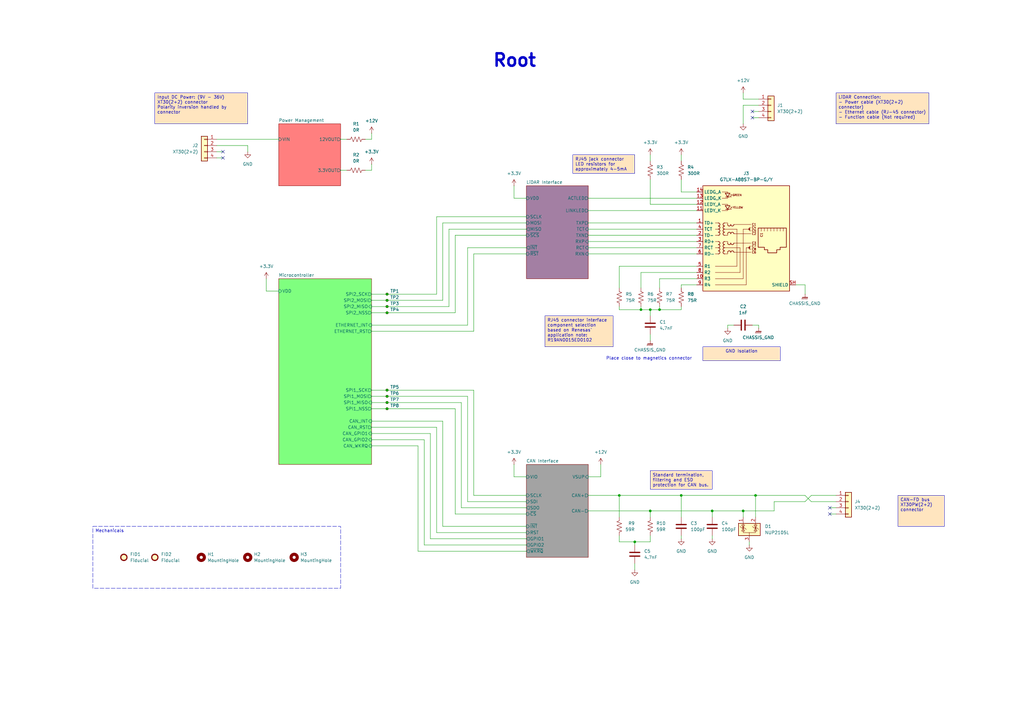
<source format=kicad_sch>
(kicad_sch (version 20250114) (generator "eeschema") (generator_version "9.0")
  (paper "A3")
  (title_block (title "LiDAR-CAN Interface") (date "2025-08-03") (rev "1") (company "Robot.com"))
  (lib_symbols
    (symbol "Connector:RJ45_Kycon_G7LX-A88S7-BP-GY"
      (property "Reference" "J" (at 17.78 24.13 0))
      (property "Value" "RJ45_Kycon_G7LX-A88S7-BP-GY" (at -20.32 24.13 0))
      (symbol "RJ45_Kycon_G7LX-A88S7-BP-GY_0_0"
        (polyline (pts (xy -9.906 20.32) (xy -7.62 20.32) (xy -7.62 19.812)))
        (polyline (pts (xy -9.906 15.24) (xy -7.62 15.24) (xy -7.62 14.732)))
        (polyline (pts (xy -9.906 12.7) (xy -7.62 12.7) (xy -7.62 13.335)))
        (polyline (pts (xy -7.62 18.415) (xy -7.62 17.78) (xy -9.906 17.78)))
        (polyline (pts (xy -3.81 5.08) (xy -3.81 -10.16)))
        (polyline (pts (xy -2.54 -12.7) (xy -2.54 -2.54)))
        (polyline (pts (xy -1.27 -15.24) (xy -1.27 5.08)))
        (polyline (pts (xy 0 -17.78) (xy 0 -2.54)))
        (polyline (pts (xy 1.27 5.08) (xy -1.27 5.08)))
        (circle (center 1.27 5.08) (radius 0.254) (stroke (width 0.254)) (fill (type outline)))
        (polyline (pts (xy 1.27 -2.54) (xy 0 -2.54)))
        (circle (center 1.27 -2.54) (radius 0.254) (stroke (width 0.254)) (fill (type outline)))
        (polyline (pts (xy 1.905 5.715) (xy 1.27 5.715) (xy 1.27 4.445) (xy 1.905 4.445)))
        (polyline (pts (xy 1.905 -1.905) (xy 1.27 -1.905) (xy 1.27 -3.175) (xy 1.905 -3.175)))
        (text "GREEN" (at -5.715 19.05 0) (effects (font (size 0.762 0.762)) (justify left)))
        (text "YELLOW" (at -5.715 13.97 0) (effects (font (size 0.762 0.762)) (justify left)))
        (text "C1" (at 3.175 6.985 0) (effects (font (size 0.889 0.889))))
        (text "C4" (at 3.175 5.715 0) (effects (font (size 0.889 0.889))))
        (text "C5" (at 3.175 4.445 0) (effects (font (size 0.889 0.889))))
        (text "C2" (at 3.175 3.175 0) (effects (font (size 0.889 0.889))))
        (text "C3" (at 3.175 -0.635 0) (effects (font (size 0.889 0.889))))
        (text "C7" (at 3.175 -1.905 0) (effects (font (size 0.889 0.889))))
        (text "C8" (at 3.175 -3.175 0) (effects (font (size 0.889 0.889))))
        (text "C6" (at 3.175 -4.445 0) (effects (font (size 0.889 0.889))))
        (text "C1" (at 6.2865 2.7305 900) (effects (font (size 0.889 0.889))))
      )
      (symbol "RJ45_Kycon_G7LX-A88S7-BP-GY_0_1"
        (rectangle (start -17.78 22.86) (end 17.78 -20.32) (stroke (width 0.254)) (fill (type background)))
        (polyline (pts (xy -12.7 -10.16) (xy -3.81 -10.16)))
        (polyline (pts (xy -12.7 -12.7) (xy -2.54 -12.7)))
        (polyline (pts (xy -12.7 -15.24) (xy -1.27 -15.24)))
        (polyline (pts (xy -12.7 -17.78) (xy 0 -17.78)))
        (arc (start -11.43 7.62) (mid -10.7977 6.985) (end -11.43 6.35) (stroke (width 0.254)))
        (arc (start -11.43 6.35) (mid -10.7977 5.715) (end -11.43 5.08) (stroke (width 0.254)))
        (arc (start -11.43 5.08) (mid -10.7977 4.445) (end -11.43 3.81) (stroke (width 0.254)))
        (arc (start -11.43 3.81) (mid -10.7977 3.175) (end -11.43 2.54) (stroke (width 0.254)))
        (arc (start -11.43 0) (mid -10.7977 -0.635) (end -11.43 -1.27) (stroke (width 0.254)))
        (arc (start -11.43 -1.27) (mid -10.7977 -1.905) (end -11.43 -2.54) (stroke (width 0.254)))
        (arc (start -11.43 -2.54) (mid -10.7977 -3.175) (end -11.43 -3.81) (stroke (width 0.254)))
        (arc (start -11.43 -3.81) (mid -10.7977 -4.445) (end -11.43 -5.08) (stroke (width 0.254)))
        (polyline (pts (xy -11.43 7.62) (xy -12.7 7.62)))
        (polyline (pts (xy -11.43 5.08) (xy -12.7 5.08)))
        (polyline (pts (xy -11.43 2.54) (xy -12.7 2.54)))
        (polyline (pts (xy -11.43 0) (xy -12.7 0)))
        (polyline (pts (xy -11.43 -2.54) (xy -12.7 -2.54)))
        (polyline (pts (xy -11.43 -5.08) (xy -12.7 -5.08)))
        (polyline (pts (xy -8.89 7.62) (xy -7.62 7.62) (xy -7.62 6.985)))
        (polyline (pts (xy -8.89 0) (xy -7.62 0) (xy -7.62 -0.635)))
        (arc (start -8.89 6.35) (mid -9.5223 6.985) (end -8.89 7.62) (stroke (width 0.254)))
        (arc (start -8.89 5.08) (mid -9.5223 5.715) (end -8.89 6.35) (stroke (width 0.254)))
        (arc (start -8.89 3.81) (mid -9.5223 4.445) (end -8.89 5.08) (stroke (width 0.254)))
        (arc (start -8.89 2.54) (mid -9.5223 3.175) (end -8.89 3.81) (stroke (width 0.254)))
        (arc (start -8.89 -1.27) (mid -9.5223 -0.635) (end -8.89 0) (stroke (width 0.254)))
        (arc (start -8.89 -2.54) (mid -9.5223 -1.905) (end -8.89 -1.27) (stroke (width 0.254)))
        (arc (start -8.89 -3.81) (mid -9.5223 -3.175) (end -8.89 -2.54) (stroke (width 0.254)))
        (arc (start -8.89 -5.08) (mid -9.5223 -4.445) (end -8.89 -3.81) (stroke (width 0.254)))
        (polyline (pts (xy -7.62 3.175) (xy -7.62 2.54) (xy -8.89 2.54)))
        (polyline (pts (xy -7.62 -4.445) (xy -7.62 -5.08) (xy -8.89 -5.08)))
        (arc (start -6.35 6.985) (mid -6.985 6.3527) (end -7.62 6.985) (stroke (width 0.254)))
        (arc (start -7.62 3.175) (mid -6.985 3.8073) (end -6.35 3.175) (stroke (width 0.254)))
        (arc (start -6.35 -0.635) (mid -6.985 -1.2673) (end -7.62 -0.635) (stroke (width 0.254)))
        (arc (start -7.62 -4.445) (mid -6.985 -3.8127) (end -6.35 -4.445) (stroke (width 0.254)))
        (arc (start -5.08 6.985) (mid -5.715 6.3527) (end -6.35 6.985) (stroke (width 0.254)))
        (arc (start -6.35 3.175) (mid -5.715 3.8073) (end -5.08 3.175) (stroke (width 0.254)))
        (arc (start -5.08 -0.635) (mid -5.715 -1.2673) (end -6.35 -0.635) (stroke (width 0.254)))
        (arc (start -6.35 -4.445) (mid -5.715 -3.8127) (end -5.08 -4.445) (stroke (width 0.254)))
        (polyline (pts (xy -5.08 6.985) (xy 1.905 6.985)))
        (polyline (pts (xy -5.08 3.175) (xy 1.905 3.175)))
        (polyline (pts (xy -5.08 -0.635) (xy 1.905 -0.635)))
        (polyline (pts (xy -5.08 -4.445) (xy 1.905 -4.445)))
        (polyline (pts (xy -3.81 5.08) (xy -8.89 5.08)))
        (polyline (pts (xy -2.54 -2.54) (xy -8.89 -2.54)))
        (polyline (pts (xy 6.1595 4.2545) (xy 6.1595 5.5245)))
        (polyline (pts (xy 7.4295 5.5245) (xy 7.4295 4.2545)))
        (polyline (pts (xy 8.6995 5.5245) (xy 8.6995 4.2545)))
        (polyline (pts (xy 10.0965 5.5245) (xy 10.0965 4.2545)))
        (polyline (pts (xy 11.3665 5.5245) (xy 11.3665 4.2545)))
        (polyline (pts (xy 12.6365 5.5245) (xy 12.6365 4.2545)))
        (polyline (pts (xy 13.9065 4.2545) (xy 13.9065 5.5245)))
        (polyline (pts (xy 15.1765 4.2545) (xy 15.1765 5.5245)))
      )
      (symbol "RJ45_Kycon_G7LX-A88S7-BP-GY_1_1"
        (polyline (pts (xy -6.858 18.288) (xy -8.382 18.288)) (stroke (width 0.254)))
        (polyline (pts (xy -6.858 13.208) (xy -8.382 13.208)) (stroke (width 0.254)))
        (polyline (pts (xy -6.731 19.812) (xy -8.636 19.812) (xy -7.62 18.288) (xy -6.731 19.812)) (stroke (width 0.254)))
        (polyline (pts (xy -6.731 18.796) (xy -6.223 18.288) (xy -6.477 18.288)))
        (polyline (pts (xy -6.731 14.732) (xy -8.636 14.732) (xy -7.62 13.208) (xy -6.731 14.732)) (stroke (width 0.254)))
        (polyline (pts (xy -6.731 13.716) (xy -6.223 13.208) (xy -6.477 13.208)))
        (polyline (pts (xy -6.477 19.431) (xy -5.969 18.923) (xy -6.223 18.923)))
        (polyline (pts (xy -6.477 14.351) (xy -5.969 13.843) (xy -6.223 13.843)))
        (polyline (pts (xy -6.223 18.288) (xy -6.223 18.542)))
        (polyline (pts (xy -6.223 13.208) (xy -6.223 13.462)))
        (polyline (pts (xy -5.969 18.923) (xy -5.969 19.177)))
        (polyline (pts (xy -5.969 13.843) (xy -5.969 14.097)))
        (polyline (pts (xy 4.8895 5.5245) (xy 16.4465 5.5245) (xy 16.4465 -2.3495) (xy 13.9065 -2.3495) (xy 13.9065 -3.3655) (xy 12.5095 -3.3655) (xy 12.5095 -4.6355) (xy 8.8265 -4.6355) (xy 8.8265 -3.3655) (xy 7.4295 -3.3655) (xy 7.4295 -2.3495) (xy 4.8895 -2.3495) (xy 4.8895 5.5245)) (stroke (width 0.254)))
        (pin passive line (at -20.32 20.32 0) (length 2.54) (name "LEDG_A") (number "14"))
        (pin passive line (at -20.32 17.78 0) (length 2.54) (name "LEDG_K") (number "13"))
        (pin passive line (at -20.32 15.24 0) (length 2.54) (name "LEDY_A") (number "12"))
        (pin passive line (at -20.32 12.7 0) (length 2.54) (name "LEDY_K") (number "11"))
        (pin passive line (at -20.32 7.62 0) (length 2.54) (name "TD+") (number "1"))
        (pin passive line (at -20.32 5.08 0) (length 2.54) (name "TCT") (number "4"))
        (pin passive line (at -20.32 2.54 0) (length 2.54) (name "TD-") (number "2"))
        (pin passive line (at -20.32 0 0) (length 2.54) (name "RD+") (number "3"))
        (pin passive line (at -20.32 -2.54 0) (length 2.54) (name "RCT") (number "7"))
        (pin passive line (at -20.32 -5.08 0) (length 2.54) (name "RD-") (number "6"))
        (pin passive line (at -20.32 -10.16 0) (length 2.54) (name "R1") (number "5"))
        (pin passive line (at -20.32 -12.7 0) (length 2.54) (name "R2") (number "8"))
        (pin passive line (at -20.32 -15.24 0) (length 2.54) (name "R3") (number "10"))
        (pin passive line (at -20.32 -17.78 0) (length 2.54) (name "R4") (number "9"))
        (pin passive line (at 20.32 -17.78 180) (length 2.54) (name "SHIELD") (number "SH"))
      )
    )
    (symbol "Connector:TestPoint_Small" (pin_numbers (hide yes)) (pin_names (offset 0.762) (hide yes))
      (property "Reference" "TP" (at 0 3.81 0))
      (property "Value" "TestPoint_Small" (at 0 2.032 0))
      (symbol "TestPoint_Small_0_1"
        (circle (center 0 0) (radius 0.508))
      )
      (symbol "TestPoint_Small_1_1"
        (pin passive line (at 0 0 90) (length 0) (name "1") (number "1"))
      )
    )
    (symbol "Connector_Generic:Conn_01x04" (pin_names (offset 1.016) (hide yes))
      (property "Reference" "J" (at 0 5.08 0))
      (property "Value" "Conn_01x04" (at 0 -7.62 0))
      (symbol "Conn_01x04_1_1"
        (rectangle (start -1.27 3.81) (end 1.27 -6.35) (stroke (width 0.254)) (fill (type background)))
        (rectangle (start -1.27 2.667) (end 0 2.413) (stroke (width 0.1524)))
        (rectangle (start -1.27 0.127) (end 0 -0.127) (stroke (width 0.1524)))
        (rectangle (start -1.27 -2.413) (end 0 -2.667) (stroke (width 0.1524)))
        (rectangle (start -1.27 -4.953) (end 0 -5.207) (stroke (width 0.1524)))
        (pin passive line (at -5.08 2.54 0) (length 3.81) (name "Pin_1") (number "1"))
        (pin passive line (at -5.08 0 0) (length 3.81) (name "Pin_2") (number "2"))
        (pin passive line (at -5.08 -2.54 0) (length 3.81) (name "Pin_3") (number "3"))
        (pin passive line (at -5.08 -5.08 0) (length 3.81) (name "Pin_4") (number "4"))
      )
    )
    (symbol "Device:C" (pin_numbers (hide yes)) (pin_names (offset 0.254))
      (property "Reference" "C" (at 0.635 2.54 0))
      (property "Value" "C" (at 0.635 -2.54 0))
      (symbol "C_0_1"
        (polyline (pts (xy -2.032 0.762) (xy 2.032 0.762)) (stroke (width 0.508)))
        (polyline (pts (xy -2.032 -0.762) (xy 2.032 -0.762)) (stroke (width 0.508)))
      )
      (symbol "C_1_1"
        (pin passive line (at 0 3.81 270) (length 2.794) (name "~") (number "1"))
        (pin passive line (at 0 -3.81 90) (length 2.794) (name "~") (number "2"))
      )
    )
    (symbol "Device:R_US" (pin_numbers (hide yes)) (pin_names (offset 0))
      (property "Reference" "R" (at 2.54 0 90))
      (property "Value" "R_US" (at -2.54 0 90))
      (symbol "R_US_0_1"
        (polyline (pts (xy 0 2.286) (xy 0 2.54)))
        (polyline (pts (xy 0 2.286) (xy 1.016 1.905) (xy 0 1.524) (xy -1.016 1.143) (xy 0 0.762)))
        (polyline (pts (xy 0 0.762) (xy 1.016 0.381) (xy 0 0) (xy -1.016 -0.381) (xy 0 -0.762)))
        (polyline (pts (xy 0 -0.762) (xy 1.016 -1.143) (xy 0 -1.524) (xy -1.016 -1.905) (xy 0 -2.286)))
        (polyline (pts (xy 0 -2.286) (xy 0 -2.54)))
      )
      (symbol "R_US_1_1"
        (pin passive line (at 0 3.81 270) (length 1.27) (name "~") (number "1"))
        (pin passive line (at 0 -3.81 90) (length 1.27) (name "~") (number "2"))
      )
    )
    (symbol "Mechanical:Fiducial" (exclude_from_sim yes) (in_bom no)
      (property "Reference" "FID" (at 0 5.08 0))
      (property "Value" "Fiducial" (at 0 3.175 0))
      (symbol "Fiducial_0_1"
        (circle (center 0 0) (radius 1.27) (stroke (width 0.508)) (fill (type background)))
      )
    )
    (symbol "Mechanical:MountingHole" (pin_names (offset 1.016)) (exclude_from_sim yes) (in_bom no)
      (property "Reference" "H" (at 0 5.08 0))
      (property "Value" "MountingHole" (at 0 3.175 0))
      (symbol "MountingHole_0_1"
        (circle (center 0 0) (radius 1.27) (stroke (width 1.27)))
      )
    )
    (symbol "Power_Protection:NUP2105L" (pin_names (hide yes))
      (property "Reference" "D" (at 5.715 2.54 0))
      (property "Value" "NUP2105L" (at 5.715 0.635 0))
      (symbol "NUP2105L_0_0"
        (pin passive line (at 0 -5.08 90) (length 2.54) (name "A") (number "3"))
      )
      (symbol "NUP2105L_0_1"
        (rectangle (start -4.445 2.54) (end 4.445 -2.54) (stroke (width 0.254)) (fill (type background)))
        (polyline (pts (xy -3.81 1.27) (xy -3.175 0.635) (xy -1.905 0.635) (xy -1.27 0)))
        (polyline (pts (xy -2.54 2.54) (xy -2.54 0.635)))
        (polyline (pts (xy -2.54 0.635) (xy -2.54 -1.27) (xy 2.54 -1.27) (xy 2.54 0.635)))
        (polyline (pts (xy -2.54 0.635) (xy -1.905 -0.635) (xy -3.175 -0.635) (xy -2.54 0.635)))
        (polyline (pts (xy -2.54 0.635) (xy -3.175 1.905) (xy -1.905 1.905) (xy -2.54 0.635) (xy -2.54 1.27)))
        (polyline (pts (xy 0 -1.27) (xy 0 -2.54)))
        (polyline (pts (xy 1.27 1.27) (xy 1.905 0.635) (xy 2.54 0.635) (xy 3.175 0.635) (xy 3.81 0)))
        (polyline (pts (xy 2.54 2.54) (xy 2.54 0.635)))
        (polyline (pts (xy 2.54 0.635) (xy 1.905 -0.635) (xy 3.175 -0.635) (xy 2.54 0.635)))
        (polyline (pts (xy 2.54 0.635) (xy 3.175 1.905) (xy 1.905 1.905) (xy 2.54 0.635)))
      )
      (symbol "NUP2105L_1_1"
        (pin passive line (at -2.54 5.08 270) (length 2.54) (name "K") (number "1"))
        (pin passive line (at 2.54 5.08 270) (length 2.54) (name "K") (number "2"))
      )
    )
    (symbol "Symbols:RES 1.2K OHM 5% 1/10W 0603" (pin_numbers (hide yes)) (pin_names (offset 0) (hide yes))
      (property "Reference" "R" (at 3.81 1.27 0))
      (property "Value" "1.2k" (at 3.81 -1.27 0))
      (symbol "RES 1.2K OHM 5% 1/10W 0603_0_1"
        (polyline (pts (xy 0 2.286) (xy 0 2.54)))
        (polyline (pts (xy 0 2.286) (xy 1.016 1.905) (xy 0 1.524) (xy -1.016 1.143) (xy 0 0.762)))
        (polyline (pts (xy 0 0.762) (xy 1.016 0.381) (xy 0 0) (xy -1.016 -0.381) (xy 0 -0.762)))
        (polyline (pts (xy 0 -0.762) (xy 1.016 -1.143) (xy 0 -1.524) (xy -1.016 -1.905) (xy 0 -2.286)))
        (polyline (pts (xy 0 -2.286) (xy 0 -2.54)))
      )
      (symbol "RES 1.2K OHM 5% 1/10W 0603_1_1"
        (pin passive line (at 0 3.81 270) (length 1.27) (name "~") (number "1"))
        (pin passive line (at 0 -3.81 90) (length 1.27) (name "~") (number "2"))
      )
    )
    (symbol "power:+12V" (power) (pin_numbers (hide yes)) (pin_names (offset 0) (hide yes))
      (property "Value" "+12V" (at 0 3.556 0))
      (symbol "+12V_0_1"
        (polyline (pts (xy -0.762 1.27) (xy 0 2.54)))
        (polyline (pts (xy 0 2.54) (xy 0.762 1.27)))
        (polyline (pts (xy 0 0) (xy 0 2.54)))
      )
      (symbol "+12V_1_1"
        (pin power_in line (at 0 0 90) (length 0) (name "~") (number "1"))
      )
    )
    (symbol "power:+3.3V" (power) (pin_numbers (hide yes)) (pin_names (offset 0) (hide yes))
      (property "Value" "+3.3V" (at 0 3.556 0))
      (symbol "+3.3V_0_1"
        (polyline (pts (xy -0.762 1.27) (xy 0 2.54)))
        (polyline (pts (xy 0 2.54) (xy 0.762 1.27)))
        (polyline (pts (xy 0 0) (xy 0 2.54)))
      )
      (symbol "+3.3V_1_1"
        (pin power_in line (at 0 0 90) (length 0) (name "~") (number "1"))
      )
    )
    (symbol "power:GND" (power) (pin_numbers (hide yes)) (pin_names (offset 0) (hide yes))
      (property "Value" "GND" (at 0 -3.81 0))
      (symbol "GND_0_1"
        (polyline (pts (xy 0 0) (xy 0 -1.27) (xy 1.27 -1.27) (xy 0 -2.54) (xy -1.27 -1.27) (xy 0 -1.27)))
      )
      (symbol "GND_1_1"
        (pin power_in line (at 0 0 270) (length 0) (name "~") (number "1"))
      )
    )
    (symbol "power:GNDPWR" (power) (pin_numbers (hide yes)) (pin_names (offset 0) (hide yes))
      (property "Value" "GNDPWR" (at 0 -3.302 0))
      (symbol "GNDPWR_0_1"
        (polyline (pts (xy -1.016 -1.27) (xy -1.27 -2.032) (xy -1.27 -2.032)) (stroke (width 0.2032)))
        (polyline (pts (xy -0.508 -1.27) (xy -0.762 -2.032) (xy -0.762 -2.032)) (stroke (width 0.2032)))
        (polyline (pts (xy 0 -1.27) (xy 0 0)))
        (polyline (pts (xy 0 -1.27) (xy -0.254 -2.032) (xy -0.254 -2.032)) (stroke (width 0.2032)))
        (polyline (pts (xy 0.508 -1.27) (xy 0.254 -2.032) (xy 0.254 -2.032)) (stroke (width 0.2032)))
        (polyline (pts (xy 1.016 -1.27) (xy -1.016 -1.27) (xy -1.016 -1.27)) (stroke (width 0.2032)))
        (polyline (pts (xy 1.016 -1.27) (xy 0.762 -2.032) (xy 0.762 -2.032) (xy 0.762 -2.032)) (stroke (width 0.2032)))
      )
      (symbol "GNDPWR_1_1"
        (pin power_in line (at 0 0 270) (length 0) (name "~") (number "1"))
      )
    )
  )
  (text "Root" (at 211.074 24.892 0) (effects (font (size 5.08 5.08) (thickness 1.016) (bold yes))))
  (text "Place close to magnetics connector" (at 266.192 147.066 0) (effects (font (size 1.27 1.27))))
  (text_box "LiDAR Connection:\n- Power cable (XT30(2+2) connector)\n- Ethernet cable (RJ-45 connector)\n- Function cable (Not required)\n" (at 342.9 38.1 0) (size 38.1 12.7) (margins 0.9525 0.9525 0.9525 0.9525) (fill (type color) (color 255 229 191 1)) (effects (font (size 1.27 1.27)) (justify left top)))
  (text_box "Standard termination, filtering and ESD protection for CAN bus." (at 266.7 193.04 0) (size 25.4 7.62) (margins 0.9525 0.9525 0.9525 0.9525) (fill (type color) (color 255 229 191 1)) (effects (font (size 1.27 1.27)) (justify left top)))
  (text_box "Mechanicals" (at 38.1 215.9 0) (size 101.6 25.4) (margins 0.9525 0.9525 0.9525 0.9525) (stroke (width 0) (type dash)) (effects (font (size 1.27 1.27)) (justify left top)))
  (text_box "Input DC Power: (9V - 36V)\nXT30(2+2) connector\nPolarity inversion handled by connector" (at 63.5 38.1 0) (size 38.1 12.7) (margins 0.9525 0.9525 0.9525 0.9525) (fill (type color) (color 255 229 191 1)) (effects (font (size 1.27 1.27)) (justify left top)))
  (text_box "RJ45 connector interface component selection based on Renesas' application note: R19AN0015ED0102" (at 223.52 129.54 0) (size 27.94 12.7) (margins 0.9525 0.9525 0.9525 0.9525) (fill (type color) (color 255 229 191 1)) (effects (font (size 1.27 1.27)) (justify left top)))
  (text_box "RJ45 jack connector LED resistors for approximately 4-5mA" (at 234.95 63.5 0) (size 25.4 7.62) (margins 0.9525 0.9525 0.9525 0.9525) (fill (type color) (color 255 229 191 1)) (effects (font (size 1.27 1.27)) (justify left top)))
  (text_box "GND Isolation" (at 288.29 142.24 0) (size 31.75 5.715) (margins 0.9525 0.9525 0.9525 0.9525) (fill (type color) (color 255 230 194 1)) (effects (font (size 1.27 1.27)) (justify top)))
  (text_box "CAN-FD bus XT30PW(2+2) connector" (at 368.3 203.2 0) (size 19.05 12.7) (margins 0.9525 0.9525 0.9525 0.9525) (fill (type color) (color 255 229 191 1)) (effects (font (size 1.27 1.27)) (justify left top)))
  (junction (at 158.75 165.1))
  (junction (at 270.51 127))
  (junction (at 158.75 123.19))
  (junction (at 260.35 222.25))
  (junction (at 158.75 160.02))
  (junction (at 158.75 120.65))
  (junction (at 309.88 203.2))
  (junction (at 262.89 127))
  (junction (at 158.75 162.56))
  (junction (at 158.75 128.27))
  (junction (at 266.7 209.55))
  (junction (at 279.4 203.2))
  (junction (at 254 203.2))
  (junction (at 304.8 209.55))
  (junction (at 292.1 209.55))
  (junction (at 158.75 167.64))
  (junction (at 266.7 127))
  (junction (at 158.75 125.73))
  (no_connect (at 91.44 62.23))
  (no_connect (at 308.61 48.26))
  (no_connect (at 91.44 64.77))
  (no_connect (at 340.36 208.28))
  (no_connect (at 308.61 45.72))
  (no_connect (at 340.36 210.82))
  (wire (pts (xy 176.53 177.8) (xy 152.4 177.8)))
  (wire (pts (xy 152.4 54.61) (xy 152.4 57.15)))
  (wire (pts (xy 142.24 69.85) (xy 139.7 69.85)))
  (wire (pts (xy 270.51 114.3) (xy 270.51 118.11)))
  (wire (pts (xy 210.82 190.5) (xy 210.82 195.58)))
  (wire (pts (xy 311.15 40.64) (xy 304.8 40.64)))
  (wire (pts (xy 152.4 175.26) (xy 179.07 175.26)))
  (wire (pts (xy 158.75 123.19) (xy 181.61 123.19)))
  (wire (pts (xy 210.82 81.28) (xy 215.9 81.28)))
  (wire (pts (xy 241.3 91.44) (xy 285.75 91.44)))
  (wire (pts (xy 152.4 120.65) (xy 158.75 120.65)))
  (wire (pts (xy 254 109.22) (xy 254 118.11)))
  (wire (pts (xy 173.99 180.34) (xy 173.99 223.52)))
  (wire (pts (xy 262.89 125.73) (xy 262.89 127)))
  (wire (pts (xy 279.4 116.84) (xy 279.4 118.11)))
  (wire (pts (xy 330.2 116.84) (xy 330.2 120.65)))
  (wire (pts (xy 254 125.73) (xy 254 127)))
  (wire (pts (xy 317.5 205.74) (xy 317.5 209.55)))
  (wire (pts (xy 304.8 40.64) (xy 304.8 38.1)))
  (wire (pts (xy 181.61 123.19) (xy 181.61 91.44)))
  (wire (pts (xy 330.2 116.84) (xy 326.39 116.84)))
  (wire (pts (xy 340.36 210.82) (xy 342.9 210.82)))
  (wire (pts (xy 285.75 83.82) (xy 266.7 83.82)))
  (wire (pts (xy 152.4 67.31) (xy 152.4 69.85)))
  (wire (pts (xy 88.9 59.69) (xy 101.6 59.69)))
  (wire (pts (xy 332.74 205.74) (xy 342.9 205.74)))
  (wire (pts (xy 266.7 137.16) (xy 266.7 139.7)))
  (wire (pts (xy 184.15 93.98) (xy 215.9 93.98)))
  (wire (pts (xy 279.4 125.73) (xy 279.4 127)))
  (wire (pts (xy 215.9 104.14) (xy 194.31 104.14)))
  (wire (pts (xy 241.3 101.6) (xy 285.75 101.6)))
  (wire (pts (xy 189.23 208.28) (xy 189.23 165.1)))
  (wire (pts (xy 152.4 125.73) (xy 158.75 125.73)))
  (wire (pts (xy 186.69 167.64) (xy 186.69 210.82)))
  (wire (pts (xy 340.36 208.28) (xy 342.9 208.28)))
  (wire (pts (xy 194.31 135.89) (xy 152.4 135.89)))
  (wire (pts (xy 215.9 220.98) (xy 176.53 220.98)))
  (wire (pts (xy 171.45 226.06) (xy 171.45 182.88)))
  (wire (pts (xy 270.51 127) (xy 266.7 127)))
  (wire (pts (xy 308.61 133.35) (xy 311.15 133.35)))
  (wire (pts (xy 241.3 209.55) (xy 266.7 209.55)))
  (wire (pts (xy 181.61 172.72) (xy 152.4 172.72)))
  (wire (pts (xy 191.77 162.56) (xy 191.77 205.74)))
  (wire (pts (xy 285.75 111.76) (xy 262.89 111.76)))
  (wire (pts (xy 298.45 134.62) (xy 298.45 133.35)))
  (wire (pts (xy 254 203.2) (xy 279.4 203.2)))
  (wire (pts (xy 266.7 209.55) (xy 292.1 209.55)))
  (wire (pts (xy 158.75 162.56) (xy 191.77 162.56)))
  (wire (pts (xy 189.23 165.1) (xy 158.75 165.1)))
  (wire (pts (xy 152.4 167.64) (xy 158.75 167.64)))
  (wire (pts (xy 210.82 76.2) (xy 210.82 81.28)))
  (wire (pts (xy 152.4 160.02) (xy 158.75 160.02)))
  (wire (pts (xy 304.8 209.55) (xy 304.8 212.09)))
  (wire (pts (xy 266.7 209.55) (xy 266.7 212.09)))
  (wire (pts (xy 194.31 104.14) (xy 194.31 135.89)))
  (wire (pts (xy 308.61 45.72) (xy 311.15 45.72)))
  (wire (pts (xy 171.45 182.88) (xy 152.4 182.88)))
  (wire (pts (xy 311.15 133.35) (xy 311.15 134.62)))
  (wire (pts (xy 307.34 222.25) (xy 307.34 223.52)))
  (wire (pts (xy 311.15 43.18) (xy 304.8 43.18)))
  (wire (pts (xy 262.89 127) (xy 266.7 127)))
  (wire (pts (xy 179.07 88.9) (xy 215.9 88.9)))
  (wire (pts (xy 285.75 114.3) (xy 270.51 114.3)))
  (wire (pts (xy 194.31 160.02) (xy 158.75 160.02)))
  (wire (pts (xy 215.9 215.9) (xy 181.61 215.9)))
  (wire (pts (xy 176.53 220.98) (xy 176.53 177.8)))
  (wire (pts (xy 266.7 83.82) (xy 266.7 73.66)))
  (wire (pts (xy 215.9 208.28) (xy 189.23 208.28)))
  (wire (pts (xy 332.74 203.2) (xy 330.2 205.74)))
  (wire (pts (xy 191.77 101.6) (xy 215.9 101.6)))
  (wire (pts (xy 152.4 180.34) (xy 173.99 180.34)))
  (wire (pts (xy 304.8 43.18) (xy 304.8 50.8)))
  (wire (pts (xy 304.8 209.55) (xy 317.5 209.55)))
  (wire (pts (xy 152.4 133.35) (xy 191.77 133.35)))
  (wire (pts (xy 270.51 125.73) (xy 270.51 127)))
  (wire (pts (xy 158.75 167.64) (xy 186.69 167.64)))
  (wire (pts (xy 179.07 175.26) (xy 179.07 218.44)))
  (wire (pts (xy 191.77 133.35) (xy 191.77 101.6)))
  (wire (pts (xy 186.69 210.82) (xy 215.9 210.82)))
  (wire (pts (xy 246.38 195.58) (xy 246.38 190.5)))
  (wire (pts (xy 152.4 165.1) (xy 158.75 165.1)))
  (wire (pts (xy 260.35 222.25) (xy 266.7 222.25)))
  (wire (pts (xy 158.75 128.27) (xy 186.69 128.27)))
  (wire (pts (xy 279.4 203.2) (xy 279.4 212.09)))
  (wire (pts (xy 91.44 62.23) (xy 88.9 62.23)))
  (wire (pts (xy 285.75 78.74) (xy 279.4 78.74)))
  (wire (pts (xy 279.4 78.74) (xy 279.4 73.66)))
  (wire (pts (xy 292.1 209.55) (xy 304.8 209.55)))
  (wire (pts (xy 342.9 203.2) (xy 332.74 203.2)))
  (wire (pts (xy 241.3 195.58) (xy 246.38 195.58)))
  (wire (pts (xy 260.35 223.52) (xy 260.35 222.25)))
  (wire (pts (xy 181.61 215.9) (xy 181.61 172.72)))
  (wire (pts (xy 260.35 222.25) (xy 254 222.25)))
  (wire (pts (xy 158.75 125.73) (xy 184.15 125.73)))
  (wire (pts (xy 285.75 109.22) (xy 254 109.22)))
  (wire (pts (xy 241.3 86.36) (xy 285.75 86.36)))
  (wire (pts (xy 309.88 203.2) (xy 309.88 212.09)))
  (wire (pts (xy 330.2 203.2) (xy 332.74 205.74)))
  (wire (pts (xy 101.6 59.69) (xy 101.6 62.23)))
  (wire (pts (xy 241.3 81.28) (xy 285.75 81.28)))
  (wire (pts (xy 152.4 57.15) (xy 149.86 57.15)))
  (wire (pts (xy 241.3 203.2) (xy 254 203.2)))
  (wire (pts (xy 109.22 119.38) (xy 109.22 114.3)))
  (wire (pts (xy 266.7 66.04) (xy 266.7 63.5)))
  (wire (pts (xy 91.44 64.77) (xy 88.9 64.77)))
  (wire (pts (xy 191.77 205.74) (xy 215.9 205.74)))
  (wire (pts (xy 308.61 48.26) (xy 311.15 48.26)))
  (wire (pts (xy 186.69 96.52) (xy 215.9 96.52)))
  (wire (pts (xy 142.24 57.15) (xy 139.7 57.15)))
  (wire (pts (xy 114.3 119.38) (xy 109.22 119.38)))
  (wire (pts (xy 173.99 223.52) (xy 215.9 223.52)))
  (wire (pts (xy 181.61 91.44) (xy 215.9 91.44)))
  (wire (pts (xy 186.69 128.27) (xy 186.69 96.52)))
  (wire (pts (xy 292.1 219.71) (xy 292.1 220.98)))
  (wire (pts (xy 241.3 99.06) (xy 285.75 99.06)))
  (wire (pts (xy 152.4 162.56) (xy 158.75 162.56)))
  (wire (pts (xy 270.51 127) (xy 279.4 127)))
  (wire (pts (xy 158.75 120.65) (xy 179.07 120.65)))
  (wire (pts (xy 241.3 93.98) (xy 285.75 93.98)))
  (wire (pts (xy 266.7 127) (xy 266.7 129.54)))
  (wire (pts (xy 152.4 128.27) (xy 158.75 128.27)))
  (wire (pts (xy 179.07 120.65) (xy 179.07 88.9)))
  (wire (pts (xy 317.5 205.74) (xy 330.2 205.74)))
  (wire (pts (xy 241.3 104.14) (xy 285.75 104.14)))
  (wire (pts (xy 254 212.09) (xy 254 203.2)))
  (wire (pts (xy 262.89 111.76) (xy 262.89 118.11)))
  (wire (pts (xy 215.9 203.2) (xy 194.31 203.2)))
  (wire (pts (xy 285.75 116.84) (xy 279.4 116.84)))
  (wire (pts (xy 215.9 226.06) (xy 171.45 226.06)))
  (wire (pts (xy 260.35 233.68) (xy 260.35 231.14)))
  (wire (pts (xy 309.88 203.2) (xy 330.2 203.2)))
  (wire (pts (xy 279.4 219.71) (xy 279.4 220.98)))
  (wire (pts (xy 254 127) (xy 262.89 127)))
  (wire (pts (xy 292.1 209.55) (xy 292.1 212.09)))
  (wire (pts (xy 88.9 57.15) (xy 114.3 57.15)))
  (wire (pts (xy 194.31 203.2) (xy 194.31 160.02)))
  (wire (pts (xy 152.4 69.85) (xy 149.86 69.85)))
  (wire (pts (xy 210.82 195.58) (xy 215.9 195.58)))
  (wire (pts (xy 279.4 203.2) (xy 309.88 203.2)))
  (wire (pts (xy 184.15 125.73) (xy 184.15 93.98)))
  (wire (pts (xy 241.3 96.52) (xy 285.75 96.52)))
  (wire (pts (xy 254 222.25) (xy 254 219.71)))
  (wire (pts (xy 298.45 133.35) (xy 300.99 133.35)))
  (wire (pts (xy 266.7 219.71) (xy 266.7 222.25)))
  (wire (pts (xy 179.07 218.44) (xy 215.9 218.44)))
  (wire (pts (xy 279.4 66.04) (xy 279.4 63.5)))
  (wire (pts (xy 152.4 123.19) (xy 158.75 123.19)))
  (symbol (lib_id "Connector:TestPoint_Small") (at 158.75 123.19 0) (unit 1) (in_bom no)
    (property "Reference" "TP2" (at 160.02 121.9199 0) (effects (justify left)))
    (property "Value" "TestPoint_Small" (effects (hide yes)))
    (property "Footprint" "TestPoint:TestPoint_Pad_D1.0mm" (effects (hide yes)))
    (property "Description" "test point" (effects (hide yes)))
  )
  (symbol (lib_id "Device:R_US") (at 262.89 121.92 0) (unit 1)
    (property "Reference" "R6" (at 265.43 120.6499 0) (effects (justify left)))
    (property "Value" "75R" (at 265.43 123.1899 0) (effects (justify left)))
    (property "Footprint" "Resistor_SMD:R_0603_1608Metric" (effects (hide yes)))
    (property "Datasheet" "https://www.yageo.com/upload/media/product/productsearch/datasheet/rchip/PYu-AC_51_RoHS_L_11.pdf" (effects (hide yes)))
    (property "Description" "RES SMD 75 OHM 5% 1/10W 0603" (effects (hide yes)))
    (property "Manufacturer" "YAGEO" (effects (hide yes)))
    (property "MPN" "AC0603JR-0775RL" (effects (hide yes)))
  )
  (symbol (lib_id "Connector:TestPoint_Small") (at 158.75 165.1 0) (unit 1) (in_bom no)
    (property "Reference" "TP7" (at 160.02 163.8299 0) (effects (justify left)))
    (property "Value" "TestPoint_Small" (effects (hide yes)))
    (property "Footprint" "TestPoint:TestPoint_Pad_D1.0mm" (effects (hide yes)))
    (property "Description" "test point" (effects (hide yes)))
  )
  (symbol (lib_id "power:+3.3V") (at 279.4 63.5 0) (unit 1)
    (property "Reference" "#PWR06" (effects (hide yes)))
    (property "Value" "+3.3V" (at 279.4 58.42 0))
    (property "Description" "Power symbol creates a global label with name \"+3.3V\"" (effects (hide yes)))
  )
  (symbol (lib_id "Mechanical:MountingHole") (at 120.65 228.6 0) (unit 1) (exclude_from_sim yes) (in_bom no)
    (property "Reference" "H3" (at 123.19 227.3299 0) (effects (justify left)))
    (property "Value" "MountingHole" (at 123.19 229.8699 0) (effects (justify left)))
    (property "Footprint" "MountingHole:MountingHole_2.2mm_M2" (effects (hide yes)))
    (property "Description" "Mounting Hole without connection" (effects (hide yes)))
  )
  (symbol (lib_id "Device:R_US") (at 254 121.92 0) (unit 1)
    (property "Reference" "R5" (at 256.54 120.6499 0) (effects (justify left)))
    (property "Value" "75R" (at 256.54 123.1899 0) (effects (justify left)))
    (property "Footprint" "Resistor_SMD:R_0603_1608Metric" (effects (hide yes)))
    (property "Datasheet" "https://www.yageo.com/upload/media/product/productsearch/datasheet/rchip/PYu-AC_51_RoHS_L_11.pdf" (effects (hide yes)))
    (property "Description" "RES SMD 75 OHM 5% 1/10W 0603" (effects (hide yes)))
    (property "Manufacturer" "YAGEO" (effects (hide yes)))
    (property "MPN" "AC0603JR-0775RL" (effects (hide yes)))
  )
  (symbol (lib_id "Device:C") (at 292.1 215.9 0) (unit 1)
    (property "Reference" "C4" (at 295.91 214.6299 0) (effects (justify left)))
    (property "Value" "100pF" (at 295.91 217.1699 0) (effects (justify left)))
    (property "Footprint" "Capacitor_SMD:C_0603_1608Metric" (effects (hide yes)))
    (property "Datasheet" "https://www.yageo.com/en/Chart/Download/pdf/CC0603JRNPO9BN101" (effects (hide yes)))
    (property "Description" "CAP CER 100PF 50V C0G/NPO 0603" (effects (hide yes)))
    (property "Manufacturer" "YAGEO" (effects (hide yes)))
    (property "MPN" "CC0603JRNPO9BN101" (effects (hide yes)))
  )
  (symbol (lib_id "Connector:RJ45_Kycon_G7LX-A88S7-BP-GY") (at 306.07 99.06 0) (unit 1)
    (property "Reference" "J3" (at 306.07 71.12 0))
    (property "Value" "G7LX-A88S7-BP-G/Y" (at 306.07 73.66 0))
    (property "Footprint" "Connector_RJ:RJ45_Kycon_G7LX-A88S7-BP-xx_Horizontal" (effects (hide yes)))
    (property "Datasheet" "https://www.kycon.com/2013Catalogpage/Modular%20Jacks/G7LX.pdf" (effects (hide yes)))
    (property "Description" "1 Port RJ45 Through Hole 10/100 Base-T" (effects (hide yes)))
    (property "Manufacturer" "Kycon, Inc." (effects (hide yes)))
    (property "MPN" "G7LX-A88S7-BP-G/Y" (effects (hide yes)))
  )
  (symbol (lib_id "power:GNDPWR") (at 330.2 120.65 0) (unit 1)
    (property "Reference" "#PWR010" (effects (hide yes)))
    (property "Value" "CHASSIS_GND" (at 330.073 124.46 0))
    (property "Description" "Power symbol creates a global label with name \"GNDPWR\" , global ground" (effects (hide yes)))
  )
  (symbol (lib_id "Connector:TestPoint_Small") (at 158.75 120.65 0) (unit 1) (in_bom no)
    (property "Reference" "TP1" (at 160.02 119.3799 0) (effects (justify left)))
    (property "Value" "TestPoint_Small" (effects (hide yes)))
    (property "Footprint" "TestPoint:TestPoint_Pad_D1.0mm" (effects (hide yes)))
    (property "Description" "test point" (effects (hide yes)))
  )
  (symbol (lib_id "power:+3.3V") (at 152.4 67.31 0) (unit 1)
    (property "Reference" "#PWR07" (effects (hide yes)))
    (property "Value" "+3.3V" (at 152.4 62.23 0))
    (property "Description" "Power symbol creates a global label with name \"+3.3V\"" (effects (hide yes)))
  )
  (symbol (lib_id "power:+12V") (at 304.8 38.1 0) (unit 1)
    (property "Reference" "#PWR01" (effects (hide yes)))
    (property "Value" "+12V" (at 304.8 33.02 0))
    (property "Description" "Power symbol creates a global label with name \"+12V\"" (effects (hide yes)))
  )
  (symbol (lib_id "power:+12V") (at 246.38 190.5 0) (unit 1)
    (property "Reference" "#PWR015" (effects (hide yes)))
    (property "Value" "+12V" (at 246.38 185.42 0))
    (property "Description" "Power symbol creates a global label with name \"+12V\"" (effects (hide yes)))
  )
  (symbol (lib_id "power:GND") (at 101.6 62.23 0) (unit 1)
    (property "Reference" "#PWR04" (effects (hide yes)))
    (property "Value" "GND" (at 101.6 67.31 0))
    (property "Description" "Power symbol creates a global label with name \"GND\" , ground" (effects (hide yes)))
  )
  (symbol (lib_id "Mechanical:Fiducial") (at 50.8 228.6 0) (unit 1) (exclude_from_sim yes) (in_bom no)
    (property "Reference" "FID1" (at 53.34 227.3299 0) (effects (justify left)))
    (property "Value" "Fiducial" (at 53.34 229.8699 0) (effects (justify left)))
    (property "Footprint" "Fiducial:Fiducial_1.5mm_Mask3mm" (effects (hide yes)))
    (property "Description" "Fiducial Marker" (effects (hide yes)))
  )
  (symbol (lib_id "power:+12V") (at 152.4 54.61 0) (unit 1)
    (property "Reference" "#PWR03" (effects (hide yes)))
    (property "Value" "+12V" (at 152.4 49.53 0))
    (property "Description" "Power symbol creates a global label with name \"+12V\"" (effects (hide yes)))
  )
  (symbol (lib_id "power:+3.3V") (at 266.7 63.5 0) (unit 1)
    (property "Reference" "#PWR05" (effects (hide yes)))
    (property "Value" "+3.3V" (at 266.7 58.42 0))
    (property "Description" "Power symbol creates a global label with name \"+3.3V\"" (effects (hide yes)))
  )
  (symbol (lib_id "Connector:TestPoint_Small") (at 158.75 128.27 0) (unit 1) (in_bom no)
    (property "Reference" "TP4" (at 160.02 126.9999 0) (effects (justify left)))
    (property "Value" "TestPoint_Small" (effects (hide yes)))
    (property "Footprint" "TestPoint:TestPoint_Pad_D1.0mm" (effects (hide yes)))
    (property "Description" "test point" (effects (hide yes)))
  )
  (symbol (lib_id "Connector_Generic:Conn_01x04") (at 347.98 205.74 0) (unit 1)
    (property "Reference" "J4" (at 350.52 205.7399 0) (effects (justify left)))
    (property "Value" "XT30(2+2)" (at 350.52 208.2799 0) (effects (justify left)))
    (property "Footprint" "Local_Library:XT30PW(2+2)-M.G.B" (effects (hide yes)))
    (property "Datasheet" "https://www.lcsc.com/datasheet/C19268030.pdf" (effects (hide yes)))
    (property "Description" "Power connector XT30 PCB RA" (effects (hide yes)))
    (property "Manufacturer" "Changzhou Amass Elec" (effects (hide yes)))
    (property "MPN" "XT30PW(2+2)-M.G.B" (effects (hide yes)))
  )
  (symbol (lib_id "Device:R_US") (at 270.51 121.92 0) (unit 1)
    (property "Reference" "R7" (at 273.05 120.6499 0) (effects (justify left)))
    (property "Value" "75R" (at 273.05 123.1899 0) (effects (justify left)))
    (property "Footprint" "Resistor_SMD:R_0603_1608Metric" (effects (hide yes)))
    (property "Datasheet" "https://www.yageo.com/upload/media/product/productsearch/datasheet/rchip/PYu-AC_51_RoHS_L_11.pdf" (effects (hide yes)))
    (property "Description" "RES SMD 75 OHM 5% 1/10W 0603" (effects (hide yes)))
    (property "Manufacturer" "YAGEO" (effects (hide yes)))
    (property "MPN" "AC0603JR-0775RL" (effects (hide yes)))
  )
  (symbol (lib_id "Connector_Generic:Conn_01x04") (at 83.82 59.69 0) (mirror y) (unit 1)
    (property "Reference" "J2" (at 81.28 59.6899 0) (effects (justify left)))
    (property "Value" "XT30(2+2)" (at 81.28 62.2299 0) (effects (justify left)))
    (property "Footprint" "Local_Library:XT30PW(2+2)-M.G.B" (effects (hide yes)))
    (property "Datasheet" "https://www.lcsc.com/datasheet/C19268030.pdf" (effects (hide yes)))
    (property "Description" "Power connector XT30 PCB RA" (effects (hide yes)))
    (property "Manufacturer" "Changzhou Amass Elec" (effects (hide yes)))
    (property "MPN" "XT30PW(2+2)-M.G.B" (effects (hide yes)))
  )
  (symbol (lib_id "power:+3.3V") (at 109.22 114.3 0) (unit 1)
    (property "Reference" "#PWR09" (effects (hide yes)))
    (property "Value" "+3.3V" (at 109.22 109.22 0))
    (property "Description" "Power symbol creates a global label with name \"+3.3V\"" (effects (hide yes)))
  )
  (symbol (lib_id "Device:R_US") (at 266.7 69.85 0) (unit 1)
    (property "Reference" "R3" (at 269.24 68.5799 0) (effects (justify left)))
    (property "Value" "300R" (at 269.24 71.1199 0) (effects (justify left)))
    (property "Footprint" "Resistor_SMD:R_0603_1608Metric" (effects (hide yes)))
    (property "Datasheet" "https://www.yageo.com/upload/media/product/products/datasheet/rchip/PYu-RC_Group_51_RoHS_L_12.pdf" (effects (hide yes)))
    (property "Description" "RES 300 OHM 5% 1/10W 0603" (effects (hide yes)))
    (property "Manufacturer" "YAGEO" (effects (hide yes)))
    (property "MPN" "RC0603JR-07300RL" (effects (hide yes)))
  )
  (symbol (lib_id "Device:C") (at 260.35 227.33 0) (unit 1)
    (property "Reference" "C5" (at 264.16 226.0599 0) (effects (justify left)))
    (property "Value" "4.7nF" (at 264.16 228.5999 0) (effects (justify left)))
    (property "Footprint" "Capacitor_SMD:C_0603_1608Metric" (effects (hide yes)))
    (property "Datasheet" "https://www.yageo.com/upload/media/product/productsearch/datasheet/mlcc/UPY-GPHC_X7R_6.3V-to-250V_24.pdf" (effects (hide yes)))
    (property "Description" "CAP CER 4700PF 50V X7R 0603" (effects (hide yes)))
    (property "Manufacturer" "YAGEO" (effects (hide yes)))
    (property "MPN" "CC0603KRX7R9BB472" (effects (hide yes)))
  )
  (symbol (lib_id "Mechanical:Fiducial") (at 63.5 228.6 0) (unit 1) (exclude_from_sim yes) (in_bom no)
    (property "Reference" "FID2" (at 66.04 227.3299 0) (effects (justify left)))
    (property "Value" "Fiducial" (at 66.04 229.8699 0) (effects (justify left)))
    (property "Footprint" "Fiducial:Fiducial_1.5mm_Mask3mm" (effects (hide yes)))
    (property "Description" "Fiducial Marker" (effects (hide yes)))
  )
  (symbol (lib_id "power:+3.3V") (at 210.82 190.5 0) (unit 1)
    (property "Reference" "#PWR014" (effects (hide yes)))
    (property "Value" "+3.3V" (at 210.82 185.42 0))
    (property "Description" "Power symbol creates a global label with name \"+3.3V\"" (effects (hide yes)))
  )
  (symbol (lib_id "Device:R_US") (at 279.4 69.85 0) (unit 1)
    (property "Reference" "R4" (at 281.94 68.5799 0) (effects (justify left)))
    (property "Value" "300R" (at 281.94 71.1199 0) (effects (justify left)))
    (property "Footprint" "Resistor_SMD:R_0603_1608Metric" (effects (hide yes)))
    (property "Datasheet" "https://www.yageo.com/upload/media/product/products/datasheet/rchip/PYu-RC_Group_51_RoHS_L_12.pdf" (effects (hide yes)))
    (property "Description" "RES 300 OHM 5% 1/10W 0603" (effects (hide yes)))
    (property "Manufacturer" "YAGEO" (effects (hide yes)))
    (property "MPN" "RC0603JR-07300RL" (effects (hide yes)))
  )
  (symbol (lib_id "Device:R_US") (at 279.4 121.92 0) (unit 1)
    (property "Reference" "R8" (at 281.94 120.6499 0) (effects (justify left)))
    (property "Value" "75R" (at 281.94 123.1899 0) (effects (justify left)))
    (property "Footprint" "Resistor_SMD:R_0603_1608Metric" (effects (hide yes)))
    (property "Datasheet" "https://www.yageo.com/upload/media/product/productsearch/datasheet/rchip/PYu-AC_51_RoHS_L_11.pdf" (effects (hide yes)))
    (property "Description" "RES SMD 75 OHM 5% 1/10W 0603" (effects (hide yes)))
    (property "Manufacturer" "YAGEO" (effects (hide yes)))
    (property "MPN" "AC0603JR-0775RL" (effects (hide yes)))
  )
  (symbol (lib_id "Device:R_US") (at 146.05 69.85 90) (unit 1)
    (property "Reference" "R2" (at 146.05 63.5 90))
    (property "Value" "0R" (at 146.05 66.04 90))
    (property "Footprint" "Resistor_SMD:R_0805_2012Metric" (effects (hide yes)))
    (property "Datasheet" "https://www.yageo.com/upload/media/product/productsearch/datasheet/rchip/PYu-AC_51_RoHS_L_11.pdf" (effects (hide yes)))
    (property "Description" "RES 0 OHM JUMPER 0805" (effects (hide yes)))
    (property "Manufacturer" "YAGEO" (effects (hide yes)))
    (property "MPN" "13-AC0805JR-130RLCT-ND" (effects (hide yes)))
  )
  (symbol (lib_id "Symbols:RES 1.2K OHM 5% 1/10W 0603") (at 254 215.9 0) (mirror x) (unit 1)
    (property "Reference" "R9" (at 260.35 214.63 0) (effects (justify right)))
    (property "Value" "59R" (at 260.35 217.17 0) (effects (justify right)))
    (property "Footprint" "Resistor_SMD:R_0603_1608Metric" (effects (hide yes)))
    (property "Datasheet" "https://www.yageo.com/upload/media/product/products/datasheet/rchip/PYu-RC_Group_51_RoHS_L_12.pdf" (effects (hide yes)))
    (property "Description" "RES 59 OHM 1% 1/10W 0603" (effects (hide yes)))
    (property "Manufacturer" "YAGEO" (effects (hide yes)))
    (property "MPN" "RC0603FR-0759RL" (effects (hide yes)))
  )
  (symbol (lib_id "power:GND") (at 304.8 50.8 0) (unit 1)
    (property "Reference" "#PWR02" (effects (hide yes)))
    (property "Value" "GND" (at 304.8 55.88 0))
    (property "Description" "Power symbol creates a global label with name \"GND\" , ground" (effects (hide yes)))
  )
  (symbol (lib_id "Device:R_US") (at 146.05 57.15 90) (unit 1)
    (property "Reference" "R1" (at 146.05 50.8 90))
    (property "Value" "0R" (at 146.05 53.34 90))
    (property "Footprint" "Resistor_SMD:R_0805_2012Metric" (effects (hide yes)))
    (property "Datasheet" "https://www.yageo.com/upload/media/product/productsearch/datasheet/rchip/PYu-AC_51_RoHS_L_11.pdf" (effects (hide yes)))
    (property "Description" "RES 0 OHM JUMPER 0805" (effects (hide yes)))
    (property "Manufacturer" "YAGEO" (effects (hide yes)))
    (property "MPN" "13-AC0805JR-130RLCT-ND" (effects (hide yes)))
  )
  (symbol (lib_id "power:GND") (at 279.4 220.98 0) (unit 1)
    (property "Reference" "#PWR016" (effects (hide yes)))
    (property "Value" "GND" (at 279.4 226.06 0))
    (property "Description" "Power symbol creates a global label with name \"GND\" , ground" (effects (hide yes)))
  )
  (symbol (lib_id "Device:C") (at 279.4 215.9 0) (unit 1)
    (property "Reference" "C3" (at 283.21 214.6299 0) (effects (justify left)))
    (property "Value" "100pF" (at 283.21 217.1699 0) (effects (justify left)))
    (property "Footprint" "Capacitor_SMD:C_0603_1608Metric" (effects (hide yes)))
    (property "Datasheet" "https://www.yageo.com/en/Chart/Download/pdf/CC0603JRNPO9BN101" (effects (hide yes)))
    (property "Description" "CAP CER 100PF 50V C0G/NPO 0603" (effects (hide yes)))
    (property "Manufacturer" "YAGEO" (effects (hide yes)))
    (property "MPN" "CC0603JRNPO9BN101" (effects (hide yes)))
  )
  (symbol (lib_id "Connector_Generic:Conn_01x04") (at 316.23 43.18 0) (unit 1)
    (property "Reference" "J1" (at 318.77 43.1799 0) (effects (justify left)))
    (property "Value" "XT30(2+2)" (at 318.77 45.7199 0) (effects (justify left)))
    (property "Footprint" "Local_Library:XT30PW(2+2)-M.G.B" (effects (hide yes)))
    (property "Datasheet" "https://www.lcsc.com/datasheet/C19268030.pdf" (effects (hide yes)))
    (property "Description" "Power connector XT30 PCB RA" (effects (hide yes)))
    (property "Manufacturer" "Changzhou Amass Elec" (effects (hide yes)))
    (property "MPN" "XT30PW(2+2)-M.G.B" (effects (hide yes)))
  )
  (symbol (lib_id "Symbols:RES 1.2K OHM 5% 1/10W 0603") (at 266.7 215.9 0) (mirror x) (unit 1)
    (property "Reference" "R10" (at 273.05 214.63 0) (effects (justify right)))
    (property "Value" "59R" (at 273.05 217.17 0) (effects (justify right)))
    (property "Footprint" "Resistor_SMD:R_0603_1608Metric" (effects (hide yes)))
    (property "Datasheet" "https://www.yageo.com/upload/media/product/products/datasheet/rchip/PYu-RC_Group_51_RoHS_L_12.pdf" (effects (hide yes)))
    (property "Description" "RES 59 OHM 1% 1/10W 0603" (effects (hide yes)))
    (property "Manufacturer" "YAGEO" (effects (hide yes)))
    (property "MPN" "RC0603FR-0759RL" (effects (hide yes)))
  )
  (symbol (lib_id "power:GND") (at 307.34 223.52 0) (unit 1)
    (property "Reference" "#PWR018" (effects (hide yes)))
    (property "Value" "GND" (at 307.34 228.6 0))
    (property "Description" "Power symbol creates a global label with name \"GND\" , ground" (effects (hide yes)))
  )
  (symbol (lib_id "power:+3.3V") (at 210.82 76.2 0) (unit 1)
    (property "Reference" "#PWR08" (effects (hide yes)))
    (property "Value" "+3.3V" (at 210.82 71.12 0))
    (property "Description" "Power symbol creates a global label with name \"+3.3V\"" (effects (hide yes)))
  )
  (symbol (lib_id "power:GNDPWR") (at 266.7 139.7 0) (unit 1)
    (property "Reference" "#PWR013" (effects (hide yes)))
    (property "Value" "CHASSIS_GND" (at 266.573 143.51 0))
    (property "Description" "Power symbol creates a global label with name \"GNDPWR\" , global ground" (effects (hide yes)))
  )
  (symbol (lib_id "Connector:TestPoint_Small") (at 158.75 167.64 0) (unit 1) (in_bom no)
    (property "Reference" "TP8" (at 160.02 166.3699 0) (effects (justify left)))
    (property "Value" "TestPoint_Small" (effects (hide yes)))
    (property "Footprint" "TestPoint:TestPoint_Pad_D1.0mm" (effects (hide yes)))
    (property "Description" "test point" (effects (hide yes)))
  )
  (symbol (lib_id "Mechanical:MountingHole") (at 82.55 228.6 0) (unit 1) (exclude_from_sim yes) (in_bom no)
    (property "Reference" "H1" (at 85.09 227.3299 0) (effects (justify left)))
    (property "Value" "MountingHole" (at 85.09 229.8699 0) (effects (justify left)))
    (property "Footprint" "MountingHole:MountingHole_2.2mm_M2" (effects (hide yes)))
    (property "Description" "Mounting Hole without connection" (effects (hide yes)))
  )
  (symbol (lib_id "power:GNDPWR") (at 311.15 134.62 0) (unit 1)
    (property "Reference" "#PWR012" (effects (hide yes)))
    (property "Value" "CHASSIS_GND" (at 311.023 138.43 0))
    (property "Description" "Power symbol creates a global label with name \"GNDPWR\" , global ground" (effects (hide yes)))
  )
  (symbol (lib_id "power:GND") (at 260.35 233.68 0) (unit 1)
    (property "Reference" "#PWR019" (effects (hide yes)))
    (property "Value" "GND" (at 260.35 238.76 0))
    (property "Description" "Power symbol creates a global label with name \"GND\" , ground" (effects (hide yes)))
  )
  (symbol (lib_id "Connector:TestPoint_Small") (at 158.75 162.56 0) (unit 1) (in_bom no)
    (property "Reference" "TP6" (at 160.02 161.2899 0) (effects (justify left)))
    (property "Value" "TestPoint_Small" (effects (hide yes)))
    (property "Footprint" "TestPoint:TestPoint_Pad_D1.0mm" (effects (hide yes)))
    (property "Description" "test point" (effects (hide yes)))
  )
  (symbol (lib_id "Connector:TestPoint_Small") (at 158.75 160.02 0) (unit 1) (in_bom no)
    (property "Reference" "TP5" (at 160.02 158.7499 0) (effects (justify left)))
    (property "Value" "TestPoint_Small" (effects (hide yes)))
    (property "Footprint" "TestPoint:TestPoint_Pad_D1.0mm" (effects (hide yes)))
    (property "Description" "test point" (effects (hide yes)))
  )
  (symbol (lib_id "power:GND") (at 298.45 134.62 0) (unit 1)
    (property "Reference" "#PWR011" (effects (hide yes)))
    (property "Value" "GND" (at 298.45 139.7 0))
    (property "Description" "Power symbol creates a global label with name \"GND\" , ground" (effects (hide yes)))
  )
  (symbol (lib_id "Device:C") (at 304.8 133.35 90) (unit 1)
    (property "Reference" "C2" (at 304.8 125.73 90))
    (property "Value" "1nF" (at 304.8 128.27 90))
    (property "Footprint" "Capacitor_SMD:C_1808_4520Metric" (effects (hide yes)))
    (property "Datasheet" "https://content.kemet.com/datasheets/KEM_C1076_X7R_HV_AUTO_SMD.pdf" (effects (hide yes)))
    (property "Description" "1000 pF ±20% 2000V (2kV) Ceramic Capacitor X7R 1808 (4520 Metric)" (effects (hide yes)))
    (property "MPN" "C1808C102MGRACAUTO" (effects (hide yes)))
    (property "SPN" "399-16769-2-ND" (effects (hide yes)))
  )
  (symbol (lib_id "Mechanical:MountingHole") (at 101.6 228.6 0) (unit 1) (exclude_from_sim yes) (in_bom no)
    (property "Reference" "H2" (at 104.14 227.3299 0) (effects (justify left)))
    (property "Value" "MountingHole" (at 104.14 229.8699 0) (effects (justify left)))
    (property "Footprint" "MountingHole:MountingHole_2.2mm_M2" (effects (hide yes)))
    (property "Description" "Mounting Hole without connection" (effects (hide yes)))
  )
  (symbol (lib_id "Power_Protection:NUP2105L") (at 307.34 217.17 0) (unit 1)
    (property "Reference" "D1" (at 313.69 215.8999 0) (effects (justify left)))
    (property "Value" "NUP2105L" (at 313.69 218.4399 0) (effects (justify left)))
    (property "Footprint" "Package_TO_SOT_SMD:SOT-23" (effects (hide yes)))
    (property "Datasheet" "https://www.onsemi.com/pdf/datasheet/nup2105l-d.pdf" (effects (hide yes)))
    (property "Description" "TVS DIODE 24VWM 44VC SOT233" (effects (hide yes)))
    (property "Manufacturer" "onsemi" (effects (hide yes)))
    (property "MPN" "SZNUP2105LT1G" (effects (hide yes)))
  )
  (symbol (lib_id "power:GND") (at 292.1 220.98 0) (unit 1)
    (property "Reference" "#PWR017" (effects (hide yes)))
    (property "Value" "GND" (at 292.1 226.06 0))
    (property "Description" "Power symbol creates a global label with name \"GND\" , ground" (effects (hide yes)))
  )
  (symbol (lib_id "Device:C") (at 266.7 133.35 0) (unit 1)
    (property "Reference" "C1" (at 270.51 132.0799 0) (effects (justify left)))
    (property "Value" "4.7nF" (at 270.51 134.6199 0) (effects (justify left)))
    (property "Footprint" "Capacitor_SMD:C_0603_1608Metric" (effects (hide yes)))
    (property "Datasheet" "https://www.yageo.com/upload/media/product/productsearch/datasheet/mlcc/UPY-GPHC_X7R_6.3V-to-250V_24.pdf" (effects (hide yes)))
    (property "Description" "CAP CER 4700PF 50V X7R 0603" (effects (hide yes)))
    (property "Manufacturer" "YAGEO" (effects (hide yes)))
    (property "MPN" "CC0603KRX7R9BB472" (effects (hide yes)))
  )
  (symbol (lib_id "Connector:TestPoint_Small") (at 158.75 125.73 0) (unit 1) (in_bom no)
    (property "Reference" "TP3" (at 160.02 124.4599 0) (effects (justify left)))
    (property "Value" "TestPoint_Small" (effects (hide yes)))
    (property "Footprint" "TestPoint:TestPoint_Pad_D1.0mm" (effects (hide yes)))
    (property "Description" "test point" (effects (hide yes)))
  )
  (sheet (at 114.3 114.3) (size 38.1 76.2) (stroke (width 0.1524)) (fill (color 0 255 0 0.5000))
    (property "Sheetname" "Microcontroller" (at 114.3 113.5884 0) (effects (justify left bottom)))
    (property "Sheetfile" "MCU.kicad_sch" (effects (hide yes)))
    (pin "CAN_GPIO1" input (at 152.4 177.8 0))
    (pin "CAN_GPIO2" input (at 152.4 180.34 0))
    (pin "CAN_INT" input (at 152.4 172.72 0))
    (pin "CAN_RST" output (at 152.4 175.26 0))
    (pin "CAN_WKRQ" input (at 152.4 182.88 0))
    (pin "ETHERNET_INT" input (at 152.4 133.35 0))
    (pin "ETHERNET_RST" output (at 152.4 135.89 0))
    (pin "SPI1_MISO" input (at 152.4 165.1 0))
    (pin "SPI1_MOSI" output (at 152.4 162.56 0))
    (pin "SPI1_NSS" output (at 152.4 167.64 0))
    (pin "SPI1_SCK" output (at 152.4 160.02 0))
    (pin "SPI2_MISO" input (at 152.4 125.73 0))
    (pin "SPI2_MOSI" output (at 152.4 123.19 0))
    (pin "SPI2_NSS" output (at 152.4 128.27 0))
    (pin "SPI2_SCK" output (at 152.4 120.65 0))
    (pin "VDD" input (at 114.3 119.38 180))
  )
  (sheet (at 114.3 50.8) (size 25.4 25.4) (stroke (width 0.1524)) (fill (color 255 0 0 0.5000))
    (property "Sheetname" "Power Management" (at 114.3 50.0884 0) (effects (justify left bottom)))
    (property "Sheetfile" "POWER-MANAGEMENT.kicad_sch" (effects (hide yes)))
    (pin "3.3VOUT" output (at 139.7 69.85 0))
    (pin "12VOUT" output (at 139.7 57.15 0))
    (pin "VIN" input (at 114.3 57.15 180))
  )
  (sheet (at 215.9 76.2) (size 25.4 38.1) (stroke (width 0.1524)) (fill (color 72 0 72 0.5000))
    (property "Sheetname" "LiDAR Interface" (at 215.9 75.4884 0) (effects (justify left bottom)))
    (property "Sheetfile" "LIDAR-INTERFACE.kicad_sch" (effects (hide yes)))
    (pin "ACTLED" output (at 241.3 81.28 0))
    (pin "LINKLED" output (at 241.3 86.36 0))
    (pin "MISO" output (at 215.9 93.98 180))
    (pin "MOSI" input (at 215.9 91.44 180))
    (pin "RCT" input (at 241.3 101.6 0))
    (pin "RXN" input (at 241.3 104.14 0))
    (pin "RXP" input (at 241.3 99.06 0))
    (pin "SCLK" input (at 215.9 88.9 180))
    (pin "TCT" input (at 241.3 93.98 0))
    (pin "TXN" output (at 241.3 96.52 0))
    (pin "TXP" output (at 241.3 91.44 0))
    (pin "VDD" input (at 215.9 81.28 180))
    (pin "~{INT}" output (at 215.9 101.6 180))
    (pin "~{RST}" input (at 215.9 104.14 180))
    (pin "~{SCS}" input (at 215.9 96.52 180))
  )
  (sheet (at 215.9 190.5) (size 25.4 38.1) (stroke (width 0.1524)) (fill (color 72 72 72 0.5000))
    (property "Sheetname" "CAN Interface" (at 215.9 189.7884 0) (effects (justify left bottom)))
    (property "Sheetfile" "CAN-INTERFACE.kicad_sch" (effects (hide yes)))
    (pin "CAN+" output (at 241.3 203.2 0))
    (pin "CAN-" output (at 241.3 209.55 0))
    (pin "GPIO1" output (at 215.9 220.98 180))
    (pin "GPIO2" output (at 215.9 223.52 180))
    (pin "SCLK" input (at 215.9 203.2 180))
    (pin "SDI" input (at 215.9 205.74 180))
    (pin "SDO" output (at 215.9 208.28 180))
    (pin "VIO" input (at 215.9 195.58 180))
    (pin "VSUP" input (at 241.3 195.58 0))
    (pin "~{CS}" input (at 215.9 210.82 180))
    (pin "~{WKRQ}" output (at 215.9 226.06 180))
    (pin "RST" input (at 215.9 218.44 180))
    (pin "~{INT}" input (at 215.9 215.9 180))
  )
)
</source>
